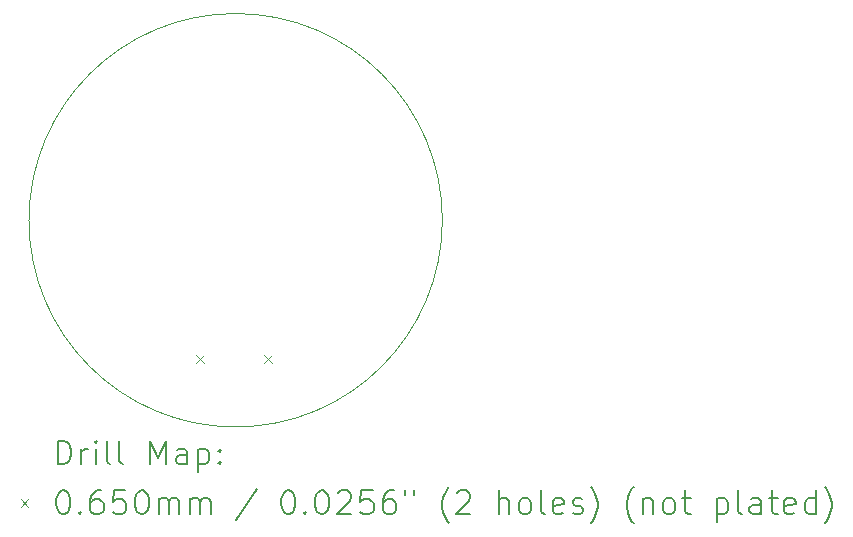
<source format=gbr>
%TF.GenerationSoftware,KiCad,Pcbnew,7.0.2*%
%TF.CreationDate,2023-11-25T22:17:22+00:00*%
%TF.ProjectId,simpleclick,73696d70-6c65-4636-9c69-636b2e6b6963,rev?*%
%TF.SameCoordinates,Original*%
%TF.FileFunction,Drillmap*%
%TF.FilePolarity,Positive*%
%FSLAX45Y45*%
G04 Gerber Fmt 4.5, Leading zero omitted, Abs format (unit mm)*
G04 Created by KiCad (PCBNEW 7.0.2) date 2023-11-25 22:17:22*
%MOMM*%
%LPD*%
G01*
G04 APERTURE LIST*
%ADD10C,0.100000*%
%ADD11C,0.200000*%
%ADD12C,0.065000*%
G04 APERTURE END LIST*
D10*
X13726100Y-8140700D02*
G75*
G03*
X13726100Y-8140700I-1750000J0D01*
G01*
D11*
D12*
X11641900Y-9282800D02*
X11706900Y-9347800D01*
X11706900Y-9282800D02*
X11641900Y-9347800D01*
X12219900Y-9282800D02*
X12284900Y-9347800D01*
X12284900Y-9282800D02*
X12219900Y-9347800D01*
D11*
X10468719Y-10208224D02*
X10468719Y-10008224D01*
X10468719Y-10008224D02*
X10516338Y-10008224D01*
X10516338Y-10008224D02*
X10544910Y-10017748D01*
X10544910Y-10017748D02*
X10563957Y-10036795D01*
X10563957Y-10036795D02*
X10573481Y-10055843D01*
X10573481Y-10055843D02*
X10583005Y-10093938D01*
X10583005Y-10093938D02*
X10583005Y-10122510D01*
X10583005Y-10122510D02*
X10573481Y-10160605D01*
X10573481Y-10160605D02*
X10563957Y-10179652D01*
X10563957Y-10179652D02*
X10544910Y-10198700D01*
X10544910Y-10198700D02*
X10516338Y-10208224D01*
X10516338Y-10208224D02*
X10468719Y-10208224D01*
X10668719Y-10208224D02*
X10668719Y-10074890D01*
X10668719Y-10112986D02*
X10678243Y-10093938D01*
X10678243Y-10093938D02*
X10687767Y-10084414D01*
X10687767Y-10084414D02*
X10706814Y-10074890D01*
X10706814Y-10074890D02*
X10725862Y-10074890D01*
X10792529Y-10208224D02*
X10792529Y-10074890D01*
X10792529Y-10008224D02*
X10783005Y-10017748D01*
X10783005Y-10017748D02*
X10792529Y-10027271D01*
X10792529Y-10027271D02*
X10802052Y-10017748D01*
X10802052Y-10017748D02*
X10792529Y-10008224D01*
X10792529Y-10008224D02*
X10792529Y-10027271D01*
X10916338Y-10208224D02*
X10897290Y-10198700D01*
X10897290Y-10198700D02*
X10887767Y-10179652D01*
X10887767Y-10179652D02*
X10887767Y-10008224D01*
X11021100Y-10208224D02*
X11002052Y-10198700D01*
X11002052Y-10198700D02*
X10992529Y-10179652D01*
X10992529Y-10179652D02*
X10992529Y-10008224D01*
X11249671Y-10208224D02*
X11249671Y-10008224D01*
X11249671Y-10008224D02*
X11316338Y-10151081D01*
X11316338Y-10151081D02*
X11383005Y-10008224D01*
X11383005Y-10008224D02*
X11383005Y-10208224D01*
X11563957Y-10208224D02*
X11563957Y-10103462D01*
X11563957Y-10103462D02*
X11554433Y-10084414D01*
X11554433Y-10084414D02*
X11535386Y-10074890D01*
X11535386Y-10074890D02*
X11497290Y-10074890D01*
X11497290Y-10074890D02*
X11478243Y-10084414D01*
X11563957Y-10198700D02*
X11544909Y-10208224D01*
X11544909Y-10208224D02*
X11497290Y-10208224D01*
X11497290Y-10208224D02*
X11478243Y-10198700D01*
X11478243Y-10198700D02*
X11468719Y-10179652D01*
X11468719Y-10179652D02*
X11468719Y-10160605D01*
X11468719Y-10160605D02*
X11478243Y-10141557D01*
X11478243Y-10141557D02*
X11497290Y-10132033D01*
X11497290Y-10132033D02*
X11544909Y-10132033D01*
X11544909Y-10132033D02*
X11563957Y-10122510D01*
X11659195Y-10074890D02*
X11659195Y-10274890D01*
X11659195Y-10084414D02*
X11678243Y-10074890D01*
X11678243Y-10074890D02*
X11716338Y-10074890D01*
X11716338Y-10074890D02*
X11735386Y-10084414D01*
X11735386Y-10084414D02*
X11744909Y-10093938D01*
X11744909Y-10093938D02*
X11754433Y-10112986D01*
X11754433Y-10112986D02*
X11754433Y-10170129D01*
X11754433Y-10170129D02*
X11744909Y-10189176D01*
X11744909Y-10189176D02*
X11735386Y-10198700D01*
X11735386Y-10198700D02*
X11716338Y-10208224D01*
X11716338Y-10208224D02*
X11678243Y-10208224D01*
X11678243Y-10208224D02*
X11659195Y-10198700D01*
X11840148Y-10189176D02*
X11849671Y-10198700D01*
X11849671Y-10198700D02*
X11840148Y-10208224D01*
X11840148Y-10208224D02*
X11830624Y-10198700D01*
X11830624Y-10198700D02*
X11840148Y-10189176D01*
X11840148Y-10189176D02*
X11840148Y-10208224D01*
X11840148Y-10084414D02*
X11849671Y-10093938D01*
X11849671Y-10093938D02*
X11840148Y-10103462D01*
X11840148Y-10103462D02*
X11830624Y-10093938D01*
X11830624Y-10093938D02*
X11840148Y-10084414D01*
X11840148Y-10084414D02*
X11840148Y-10103462D01*
D12*
X10156100Y-10503200D02*
X10221100Y-10568200D01*
X10221100Y-10503200D02*
X10156100Y-10568200D01*
D11*
X10506814Y-10428224D02*
X10525862Y-10428224D01*
X10525862Y-10428224D02*
X10544910Y-10437748D01*
X10544910Y-10437748D02*
X10554433Y-10447271D01*
X10554433Y-10447271D02*
X10563957Y-10466319D01*
X10563957Y-10466319D02*
X10573481Y-10504414D01*
X10573481Y-10504414D02*
X10573481Y-10552033D01*
X10573481Y-10552033D02*
X10563957Y-10590129D01*
X10563957Y-10590129D02*
X10554433Y-10609176D01*
X10554433Y-10609176D02*
X10544910Y-10618700D01*
X10544910Y-10618700D02*
X10525862Y-10628224D01*
X10525862Y-10628224D02*
X10506814Y-10628224D01*
X10506814Y-10628224D02*
X10487767Y-10618700D01*
X10487767Y-10618700D02*
X10478243Y-10609176D01*
X10478243Y-10609176D02*
X10468719Y-10590129D01*
X10468719Y-10590129D02*
X10459195Y-10552033D01*
X10459195Y-10552033D02*
X10459195Y-10504414D01*
X10459195Y-10504414D02*
X10468719Y-10466319D01*
X10468719Y-10466319D02*
X10478243Y-10447271D01*
X10478243Y-10447271D02*
X10487767Y-10437748D01*
X10487767Y-10437748D02*
X10506814Y-10428224D01*
X10659195Y-10609176D02*
X10668719Y-10618700D01*
X10668719Y-10618700D02*
X10659195Y-10628224D01*
X10659195Y-10628224D02*
X10649671Y-10618700D01*
X10649671Y-10618700D02*
X10659195Y-10609176D01*
X10659195Y-10609176D02*
X10659195Y-10628224D01*
X10840148Y-10428224D02*
X10802052Y-10428224D01*
X10802052Y-10428224D02*
X10783005Y-10437748D01*
X10783005Y-10437748D02*
X10773481Y-10447271D01*
X10773481Y-10447271D02*
X10754433Y-10475843D01*
X10754433Y-10475843D02*
X10744910Y-10513938D01*
X10744910Y-10513938D02*
X10744910Y-10590129D01*
X10744910Y-10590129D02*
X10754433Y-10609176D01*
X10754433Y-10609176D02*
X10763957Y-10618700D01*
X10763957Y-10618700D02*
X10783005Y-10628224D01*
X10783005Y-10628224D02*
X10821100Y-10628224D01*
X10821100Y-10628224D02*
X10840148Y-10618700D01*
X10840148Y-10618700D02*
X10849671Y-10609176D01*
X10849671Y-10609176D02*
X10859195Y-10590129D01*
X10859195Y-10590129D02*
X10859195Y-10542510D01*
X10859195Y-10542510D02*
X10849671Y-10523462D01*
X10849671Y-10523462D02*
X10840148Y-10513938D01*
X10840148Y-10513938D02*
X10821100Y-10504414D01*
X10821100Y-10504414D02*
X10783005Y-10504414D01*
X10783005Y-10504414D02*
X10763957Y-10513938D01*
X10763957Y-10513938D02*
X10754433Y-10523462D01*
X10754433Y-10523462D02*
X10744910Y-10542510D01*
X11040148Y-10428224D02*
X10944910Y-10428224D01*
X10944910Y-10428224D02*
X10935386Y-10523462D01*
X10935386Y-10523462D02*
X10944910Y-10513938D01*
X10944910Y-10513938D02*
X10963957Y-10504414D01*
X10963957Y-10504414D02*
X11011576Y-10504414D01*
X11011576Y-10504414D02*
X11030624Y-10513938D01*
X11030624Y-10513938D02*
X11040148Y-10523462D01*
X11040148Y-10523462D02*
X11049671Y-10542510D01*
X11049671Y-10542510D02*
X11049671Y-10590129D01*
X11049671Y-10590129D02*
X11040148Y-10609176D01*
X11040148Y-10609176D02*
X11030624Y-10618700D01*
X11030624Y-10618700D02*
X11011576Y-10628224D01*
X11011576Y-10628224D02*
X10963957Y-10628224D01*
X10963957Y-10628224D02*
X10944910Y-10618700D01*
X10944910Y-10618700D02*
X10935386Y-10609176D01*
X11173481Y-10428224D02*
X11192529Y-10428224D01*
X11192529Y-10428224D02*
X11211576Y-10437748D01*
X11211576Y-10437748D02*
X11221100Y-10447271D01*
X11221100Y-10447271D02*
X11230624Y-10466319D01*
X11230624Y-10466319D02*
X11240148Y-10504414D01*
X11240148Y-10504414D02*
X11240148Y-10552033D01*
X11240148Y-10552033D02*
X11230624Y-10590129D01*
X11230624Y-10590129D02*
X11221100Y-10609176D01*
X11221100Y-10609176D02*
X11211576Y-10618700D01*
X11211576Y-10618700D02*
X11192529Y-10628224D01*
X11192529Y-10628224D02*
X11173481Y-10628224D01*
X11173481Y-10628224D02*
X11154433Y-10618700D01*
X11154433Y-10618700D02*
X11144910Y-10609176D01*
X11144910Y-10609176D02*
X11135386Y-10590129D01*
X11135386Y-10590129D02*
X11125862Y-10552033D01*
X11125862Y-10552033D02*
X11125862Y-10504414D01*
X11125862Y-10504414D02*
X11135386Y-10466319D01*
X11135386Y-10466319D02*
X11144910Y-10447271D01*
X11144910Y-10447271D02*
X11154433Y-10437748D01*
X11154433Y-10437748D02*
X11173481Y-10428224D01*
X11325862Y-10628224D02*
X11325862Y-10494890D01*
X11325862Y-10513938D02*
X11335386Y-10504414D01*
X11335386Y-10504414D02*
X11354433Y-10494890D01*
X11354433Y-10494890D02*
X11383005Y-10494890D01*
X11383005Y-10494890D02*
X11402052Y-10504414D01*
X11402052Y-10504414D02*
X11411576Y-10523462D01*
X11411576Y-10523462D02*
X11411576Y-10628224D01*
X11411576Y-10523462D02*
X11421100Y-10504414D01*
X11421100Y-10504414D02*
X11440148Y-10494890D01*
X11440148Y-10494890D02*
X11468719Y-10494890D01*
X11468719Y-10494890D02*
X11487767Y-10504414D01*
X11487767Y-10504414D02*
X11497290Y-10523462D01*
X11497290Y-10523462D02*
X11497290Y-10628224D01*
X11592529Y-10628224D02*
X11592529Y-10494890D01*
X11592529Y-10513938D02*
X11602052Y-10504414D01*
X11602052Y-10504414D02*
X11621100Y-10494890D01*
X11621100Y-10494890D02*
X11649671Y-10494890D01*
X11649671Y-10494890D02*
X11668719Y-10504414D01*
X11668719Y-10504414D02*
X11678243Y-10523462D01*
X11678243Y-10523462D02*
X11678243Y-10628224D01*
X11678243Y-10523462D02*
X11687767Y-10504414D01*
X11687767Y-10504414D02*
X11706814Y-10494890D01*
X11706814Y-10494890D02*
X11735386Y-10494890D01*
X11735386Y-10494890D02*
X11754433Y-10504414D01*
X11754433Y-10504414D02*
X11763957Y-10523462D01*
X11763957Y-10523462D02*
X11763957Y-10628224D01*
X12154433Y-10418700D02*
X11983005Y-10675843D01*
X12411576Y-10428224D02*
X12430624Y-10428224D01*
X12430624Y-10428224D02*
X12449672Y-10437748D01*
X12449672Y-10437748D02*
X12459195Y-10447271D01*
X12459195Y-10447271D02*
X12468719Y-10466319D01*
X12468719Y-10466319D02*
X12478243Y-10504414D01*
X12478243Y-10504414D02*
X12478243Y-10552033D01*
X12478243Y-10552033D02*
X12468719Y-10590129D01*
X12468719Y-10590129D02*
X12459195Y-10609176D01*
X12459195Y-10609176D02*
X12449672Y-10618700D01*
X12449672Y-10618700D02*
X12430624Y-10628224D01*
X12430624Y-10628224D02*
X12411576Y-10628224D01*
X12411576Y-10628224D02*
X12392529Y-10618700D01*
X12392529Y-10618700D02*
X12383005Y-10609176D01*
X12383005Y-10609176D02*
X12373481Y-10590129D01*
X12373481Y-10590129D02*
X12363957Y-10552033D01*
X12363957Y-10552033D02*
X12363957Y-10504414D01*
X12363957Y-10504414D02*
X12373481Y-10466319D01*
X12373481Y-10466319D02*
X12383005Y-10447271D01*
X12383005Y-10447271D02*
X12392529Y-10437748D01*
X12392529Y-10437748D02*
X12411576Y-10428224D01*
X12563957Y-10609176D02*
X12573481Y-10618700D01*
X12573481Y-10618700D02*
X12563957Y-10628224D01*
X12563957Y-10628224D02*
X12554433Y-10618700D01*
X12554433Y-10618700D02*
X12563957Y-10609176D01*
X12563957Y-10609176D02*
X12563957Y-10628224D01*
X12697291Y-10428224D02*
X12716338Y-10428224D01*
X12716338Y-10428224D02*
X12735386Y-10437748D01*
X12735386Y-10437748D02*
X12744910Y-10447271D01*
X12744910Y-10447271D02*
X12754433Y-10466319D01*
X12754433Y-10466319D02*
X12763957Y-10504414D01*
X12763957Y-10504414D02*
X12763957Y-10552033D01*
X12763957Y-10552033D02*
X12754433Y-10590129D01*
X12754433Y-10590129D02*
X12744910Y-10609176D01*
X12744910Y-10609176D02*
X12735386Y-10618700D01*
X12735386Y-10618700D02*
X12716338Y-10628224D01*
X12716338Y-10628224D02*
X12697291Y-10628224D01*
X12697291Y-10628224D02*
X12678243Y-10618700D01*
X12678243Y-10618700D02*
X12668719Y-10609176D01*
X12668719Y-10609176D02*
X12659195Y-10590129D01*
X12659195Y-10590129D02*
X12649672Y-10552033D01*
X12649672Y-10552033D02*
X12649672Y-10504414D01*
X12649672Y-10504414D02*
X12659195Y-10466319D01*
X12659195Y-10466319D02*
X12668719Y-10447271D01*
X12668719Y-10447271D02*
X12678243Y-10437748D01*
X12678243Y-10437748D02*
X12697291Y-10428224D01*
X12840148Y-10447271D02*
X12849672Y-10437748D01*
X12849672Y-10437748D02*
X12868719Y-10428224D01*
X12868719Y-10428224D02*
X12916338Y-10428224D01*
X12916338Y-10428224D02*
X12935386Y-10437748D01*
X12935386Y-10437748D02*
X12944910Y-10447271D01*
X12944910Y-10447271D02*
X12954433Y-10466319D01*
X12954433Y-10466319D02*
X12954433Y-10485367D01*
X12954433Y-10485367D02*
X12944910Y-10513938D01*
X12944910Y-10513938D02*
X12830624Y-10628224D01*
X12830624Y-10628224D02*
X12954433Y-10628224D01*
X13135386Y-10428224D02*
X13040148Y-10428224D01*
X13040148Y-10428224D02*
X13030624Y-10523462D01*
X13030624Y-10523462D02*
X13040148Y-10513938D01*
X13040148Y-10513938D02*
X13059195Y-10504414D01*
X13059195Y-10504414D02*
X13106814Y-10504414D01*
X13106814Y-10504414D02*
X13125862Y-10513938D01*
X13125862Y-10513938D02*
X13135386Y-10523462D01*
X13135386Y-10523462D02*
X13144910Y-10542510D01*
X13144910Y-10542510D02*
X13144910Y-10590129D01*
X13144910Y-10590129D02*
X13135386Y-10609176D01*
X13135386Y-10609176D02*
X13125862Y-10618700D01*
X13125862Y-10618700D02*
X13106814Y-10628224D01*
X13106814Y-10628224D02*
X13059195Y-10628224D01*
X13059195Y-10628224D02*
X13040148Y-10618700D01*
X13040148Y-10618700D02*
X13030624Y-10609176D01*
X13316338Y-10428224D02*
X13278243Y-10428224D01*
X13278243Y-10428224D02*
X13259195Y-10437748D01*
X13259195Y-10437748D02*
X13249672Y-10447271D01*
X13249672Y-10447271D02*
X13230624Y-10475843D01*
X13230624Y-10475843D02*
X13221100Y-10513938D01*
X13221100Y-10513938D02*
X13221100Y-10590129D01*
X13221100Y-10590129D02*
X13230624Y-10609176D01*
X13230624Y-10609176D02*
X13240148Y-10618700D01*
X13240148Y-10618700D02*
X13259195Y-10628224D01*
X13259195Y-10628224D02*
X13297291Y-10628224D01*
X13297291Y-10628224D02*
X13316338Y-10618700D01*
X13316338Y-10618700D02*
X13325862Y-10609176D01*
X13325862Y-10609176D02*
X13335386Y-10590129D01*
X13335386Y-10590129D02*
X13335386Y-10542510D01*
X13335386Y-10542510D02*
X13325862Y-10523462D01*
X13325862Y-10523462D02*
X13316338Y-10513938D01*
X13316338Y-10513938D02*
X13297291Y-10504414D01*
X13297291Y-10504414D02*
X13259195Y-10504414D01*
X13259195Y-10504414D02*
X13240148Y-10513938D01*
X13240148Y-10513938D02*
X13230624Y-10523462D01*
X13230624Y-10523462D02*
X13221100Y-10542510D01*
X13411576Y-10428224D02*
X13411576Y-10466319D01*
X13487767Y-10428224D02*
X13487767Y-10466319D01*
X13783005Y-10704414D02*
X13773481Y-10694890D01*
X13773481Y-10694890D02*
X13754434Y-10666319D01*
X13754434Y-10666319D02*
X13744910Y-10647271D01*
X13744910Y-10647271D02*
X13735386Y-10618700D01*
X13735386Y-10618700D02*
X13725862Y-10571081D01*
X13725862Y-10571081D02*
X13725862Y-10532986D01*
X13725862Y-10532986D02*
X13735386Y-10485367D01*
X13735386Y-10485367D02*
X13744910Y-10456795D01*
X13744910Y-10456795D02*
X13754434Y-10437748D01*
X13754434Y-10437748D02*
X13773481Y-10409176D01*
X13773481Y-10409176D02*
X13783005Y-10399652D01*
X13849672Y-10447271D02*
X13859195Y-10437748D01*
X13859195Y-10437748D02*
X13878243Y-10428224D01*
X13878243Y-10428224D02*
X13925862Y-10428224D01*
X13925862Y-10428224D02*
X13944910Y-10437748D01*
X13944910Y-10437748D02*
X13954434Y-10447271D01*
X13954434Y-10447271D02*
X13963957Y-10466319D01*
X13963957Y-10466319D02*
X13963957Y-10485367D01*
X13963957Y-10485367D02*
X13954434Y-10513938D01*
X13954434Y-10513938D02*
X13840148Y-10628224D01*
X13840148Y-10628224D02*
X13963957Y-10628224D01*
X14202053Y-10628224D02*
X14202053Y-10428224D01*
X14287767Y-10628224D02*
X14287767Y-10523462D01*
X14287767Y-10523462D02*
X14278243Y-10504414D01*
X14278243Y-10504414D02*
X14259196Y-10494890D01*
X14259196Y-10494890D02*
X14230624Y-10494890D01*
X14230624Y-10494890D02*
X14211576Y-10504414D01*
X14211576Y-10504414D02*
X14202053Y-10513938D01*
X14411576Y-10628224D02*
X14392529Y-10618700D01*
X14392529Y-10618700D02*
X14383005Y-10609176D01*
X14383005Y-10609176D02*
X14373481Y-10590129D01*
X14373481Y-10590129D02*
X14373481Y-10532986D01*
X14373481Y-10532986D02*
X14383005Y-10513938D01*
X14383005Y-10513938D02*
X14392529Y-10504414D01*
X14392529Y-10504414D02*
X14411576Y-10494890D01*
X14411576Y-10494890D02*
X14440148Y-10494890D01*
X14440148Y-10494890D02*
X14459196Y-10504414D01*
X14459196Y-10504414D02*
X14468719Y-10513938D01*
X14468719Y-10513938D02*
X14478243Y-10532986D01*
X14478243Y-10532986D02*
X14478243Y-10590129D01*
X14478243Y-10590129D02*
X14468719Y-10609176D01*
X14468719Y-10609176D02*
X14459196Y-10618700D01*
X14459196Y-10618700D02*
X14440148Y-10628224D01*
X14440148Y-10628224D02*
X14411576Y-10628224D01*
X14592529Y-10628224D02*
X14573481Y-10618700D01*
X14573481Y-10618700D02*
X14563957Y-10599652D01*
X14563957Y-10599652D02*
X14563957Y-10428224D01*
X14744910Y-10618700D02*
X14725862Y-10628224D01*
X14725862Y-10628224D02*
X14687767Y-10628224D01*
X14687767Y-10628224D02*
X14668719Y-10618700D01*
X14668719Y-10618700D02*
X14659196Y-10599652D01*
X14659196Y-10599652D02*
X14659196Y-10523462D01*
X14659196Y-10523462D02*
X14668719Y-10504414D01*
X14668719Y-10504414D02*
X14687767Y-10494890D01*
X14687767Y-10494890D02*
X14725862Y-10494890D01*
X14725862Y-10494890D02*
X14744910Y-10504414D01*
X14744910Y-10504414D02*
X14754434Y-10523462D01*
X14754434Y-10523462D02*
X14754434Y-10542510D01*
X14754434Y-10542510D02*
X14659196Y-10561557D01*
X14830624Y-10618700D02*
X14849672Y-10628224D01*
X14849672Y-10628224D02*
X14887767Y-10628224D01*
X14887767Y-10628224D02*
X14906815Y-10618700D01*
X14906815Y-10618700D02*
X14916338Y-10599652D01*
X14916338Y-10599652D02*
X14916338Y-10590129D01*
X14916338Y-10590129D02*
X14906815Y-10571081D01*
X14906815Y-10571081D02*
X14887767Y-10561557D01*
X14887767Y-10561557D02*
X14859196Y-10561557D01*
X14859196Y-10561557D02*
X14840148Y-10552033D01*
X14840148Y-10552033D02*
X14830624Y-10532986D01*
X14830624Y-10532986D02*
X14830624Y-10523462D01*
X14830624Y-10523462D02*
X14840148Y-10504414D01*
X14840148Y-10504414D02*
X14859196Y-10494890D01*
X14859196Y-10494890D02*
X14887767Y-10494890D01*
X14887767Y-10494890D02*
X14906815Y-10504414D01*
X14983005Y-10704414D02*
X14992529Y-10694890D01*
X14992529Y-10694890D02*
X15011577Y-10666319D01*
X15011577Y-10666319D02*
X15021100Y-10647271D01*
X15021100Y-10647271D02*
X15030624Y-10618700D01*
X15030624Y-10618700D02*
X15040148Y-10571081D01*
X15040148Y-10571081D02*
X15040148Y-10532986D01*
X15040148Y-10532986D02*
X15030624Y-10485367D01*
X15030624Y-10485367D02*
X15021100Y-10456795D01*
X15021100Y-10456795D02*
X15011577Y-10437748D01*
X15011577Y-10437748D02*
X14992529Y-10409176D01*
X14992529Y-10409176D02*
X14983005Y-10399652D01*
X15344910Y-10704414D02*
X15335386Y-10694890D01*
X15335386Y-10694890D02*
X15316338Y-10666319D01*
X15316338Y-10666319D02*
X15306815Y-10647271D01*
X15306815Y-10647271D02*
X15297291Y-10618700D01*
X15297291Y-10618700D02*
X15287767Y-10571081D01*
X15287767Y-10571081D02*
X15287767Y-10532986D01*
X15287767Y-10532986D02*
X15297291Y-10485367D01*
X15297291Y-10485367D02*
X15306815Y-10456795D01*
X15306815Y-10456795D02*
X15316338Y-10437748D01*
X15316338Y-10437748D02*
X15335386Y-10409176D01*
X15335386Y-10409176D02*
X15344910Y-10399652D01*
X15421100Y-10494890D02*
X15421100Y-10628224D01*
X15421100Y-10513938D02*
X15430624Y-10504414D01*
X15430624Y-10504414D02*
X15449672Y-10494890D01*
X15449672Y-10494890D02*
X15478243Y-10494890D01*
X15478243Y-10494890D02*
X15497291Y-10504414D01*
X15497291Y-10504414D02*
X15506815Y-10523462D01*
X15506815Y-10523462D02*
X15506815Y-10628224D01*
X15630624Y-10628224D02*
X15611577Y-10618700D01*
X15611577Y-10618700D02*
X15602053Y-10609176D01*
X15602053Y-10609176D02*
X15592529Y-10590129D01*
X15592529Y-10590129D02*
X15592529Y-10532986D01*
X15592529Y-10532986D02*
X15602053Y-10513938D01*
X15602053Y-10513938D02*
X15611577Y-10504414D01*
X15611577Y-10504414D02*
X15630624Y-10494890D01*
X15630624Y-10494890D02*
X15659196Y-10494890D01*
X15659196Y-10494890D02*
X15678243Y-10504414D01*
X15678243Y-10504414D02*
X15687767Y-10513938D01*
X15687767Y-10513938D02*
X15697291Y-10532986D01*
X15697291Y-10532986D02*
X15697291Y-10590129D01*
X15697291Y-10590129D02*
X15687767Y-10609176D01*
X15687767Y-10609176D02*
X15678243Y-10618700D01*
X15678243Y-10618700D02*
X15659196Y-10628224D01*
X15659196Y-10628224D02*
X15630624Y-10628224D01*
X15754434Y-10494890D02*
X15830624Y-10494890D01*
X15783005Y-10428224D02*
X15783005Y-10599652D01*
X15783005Y-10599652D02*
X15792529Y-10618700D01*
X15792529Y-10618700D02*
X15811577Y-10628224D01*
X15811577Y-10628224D02*
X15830624Y-10628224D01*
X16049672Y-10494890D02*
X16049672Y-10694890D01*
X16049672Y-10504414D02*
X16068719Y-10494890D01*
X16068719Y-10494890D02*
X16106815Y-10494890D01*
X16106815Y-10494890D02*
X16125862Y-10504414D01*
X16125862Y-10504414D02*
X16135386Y-10513938D01*
X16135386Y-10513938D02*
X16144910Y-10532986D01*
X16144910Y-10532986D02*
X16144910Y-10590129D01*
X16144910Y-10590129D02*
X16135386Y-10609176D01*
X16135386Y-10609176D02*
X16125862Y-10618700D01*
X16125862Y-10618700D02*
X16106815Y-10628224D01*
X16106815Y-10628224D02*
X16068719Y-10628224D01*
X16068719Y-10628224D02*
X16049672Y-10618700D01*
X16259196Y-10628224D02*
X16240148Y-10618700D01*
X16240148Y-10618700D02*
X16230624Y-10599652D01*
X16230624Y-10599652D02*
X16230624Y-10428224D01*
X16421100Y-10628224D02*
X16421100Y-10523462D01*
X16421100Y-10523462D02*
X16411577Y-10504414D01*
X16411577Y-10504414D02*
X16392529Y-10494890D01*
X16392529Y-10494890D02*
X16354434Y-10494890D01*
X16354434Y-10494890D02*
X16335386Y-10504414D01*
X16421100Y-10618700D02*
X16402053Y-10628224D01*
X16402053Y-10628224D02*
X16354434Y-10628224D01*
X16354434Y-10628224D02*
X16335386Y-10618700D01*
X16335386Y-10618700D02*
X16325862Y-10599652D01*
X16325862Y-10599652D02*
X16325862Y-10580605D01*
X16325862Y-10580605D02*
X16335386Y-10561557D01*
X16335386Y-10561557D02*
X16354434Y-10552033D01*
X16354434Y-10552033D02*
X16402053Y-10552033D01*
X16402053Y-10552033D02*
X16421100Y-10542510D01*
X16487767Y-10494890D02*
X16563958Y-10494890D01*
X16516339Y-10428224D02*
X16516339Y-10599652D01*
X16516339Y-10599652D02*
X16525862Y-10618700D01*
X16525862Y-10618700D02*
X16544910Y-10628224D01*
X16544910Y-10628224D02*
X16563958Y-10628224D01*
X16706815Y-10618700D02*
X16687767Y-10628224D01*
X16687767Y-10628224D02*
X16649672Y-10628224D01*
X16649672Y-10628224D02*
X16630624Y-10618700D01*
X16630624Y-10618700D02*
X16621100Y-10599652D01*
X16621100Y-10599652D02*
X16621100Y-10523462D01*
X16621100Y-10523462D02*
X16630624Y-10504414D01*
X16630624Y-10504414D02*
X16649672Y-10494890D01*
X16649672Y-10494890D02*
X16687767Y-10494890D01*
X16687767Y-10494890D02*
X16706815Y-10504414D01*
X16706815Y-10504414D02*
X16716339Y-10523462D01*
X16716339Y-10523462D02*
X16716339Y-10542510D01*
X16716339Y-10542510D02*
X16621100Y-10561557D01*
X16887767Y-10628224D02*
X16887767Y-10428224D01*
X16887767Y-10618700D02*
X16868720Y-10628224D01*
X16868720Y-10628224D02*
X16830624Y-10628224D01*
X16830624Y-10628224D02*
X16811577Y-10618700D01*
X16811577Y-10618700D02*
X16802053Y-10609176D01*
X16802053Y-10609176D02*
X16792529Y-10590129D01*
X16792529Y-10590129D02*
X16792529Y-10532986D01*
X16792529Y-10532986D02*
X16802053Y-10513938D01*
X16802053Y-10513938D02*
X16811577Y-10504414D01*
X16811577Y-10504414D02*
X16830624Y-10494890D01*
X16830624Y-10494890D02*
X16868720Y-10494890D01*
X16868720Y-10494890D02*
X16887767Y-10504414D01*
X16963958Y-10704414D02*
X16973482Y-10694890D01*
X16973482Y-10694890D02*
X16992529Y-10666319D01*
X16992529Y-10666319D02*
X17002053Y-10647271D01*
X17002053Y-10647271D02*
X17011577Y-10618700D01*
X17011577Y-10618700D02*
X17021101Y-10571081D01*
X17021101Y-10571081D02*
X17021101Y-10532986D01*
X17021101Y-10532986D02*
X17011577Y-10485367D01*
X17011577Y-10485367D02*
X17002053Y-10456795D01*
X17002053Y-10456795D02*
X16992529Y-10437748D01*
X16992529Y-10437748D02*
X16973482Y-10409176D01*
X16973482Y-10409176D02*
X16963958Y-10399652D01*
M02*

</source>
